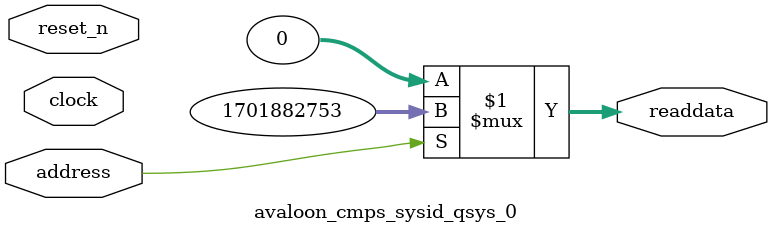
<source format=v>



// synthesis translate_off
`timescale 1ns / 1ps
// synthesis translate_on

// turn off superfluous verilog processor warnings 
// altera message_level Level1 
// altera message_off 10034 10035 10036 10037 10230 10240 10030 

module avaloon_cmps_sysid_qsys_0 (
               // inputs:
                address,
                clock,
                reset_n,

               // outputs:
                readdata
             )
;

  output  [ 31: 0] readdata;
  input            address;
  input            clock;
  input            reset_n;

  wire    [ 31: 0] readdata;
  //control_slave, which is an e_avalon_slave
  assign readdata = address ? 1701882753 : 0;

endmodule



</source>
